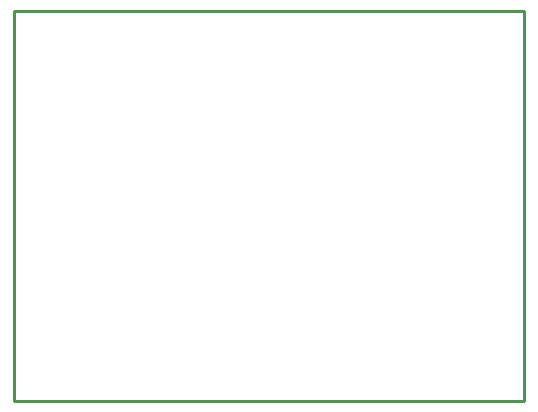
<source format=gbr>
G04*
G04 #@! TF.GenerationSoftware,Altium Limited,Altium Designer,20.1.10 (176)*
G04*
G04 Layer_Color=39423*
%FSLAX44Y44*%
%MOMM*%
G71*
G04*
G04 #@! TF.SameCoordinates,30E8163A-5FEC-489A-BF41-53759A6F2127*
G04*
G04*
G04 #@! TF.FilePolarity,Positive*
G04*
G01*
G75*
%ADD10C,0.2500*%
D10*
X-14626Y-1201D02*
Y328999D01*
X417174D01*
Y-1201D02*
Y328999D01*
X-14626Y-1201D02*
X417174D01*
M02*

</source>
